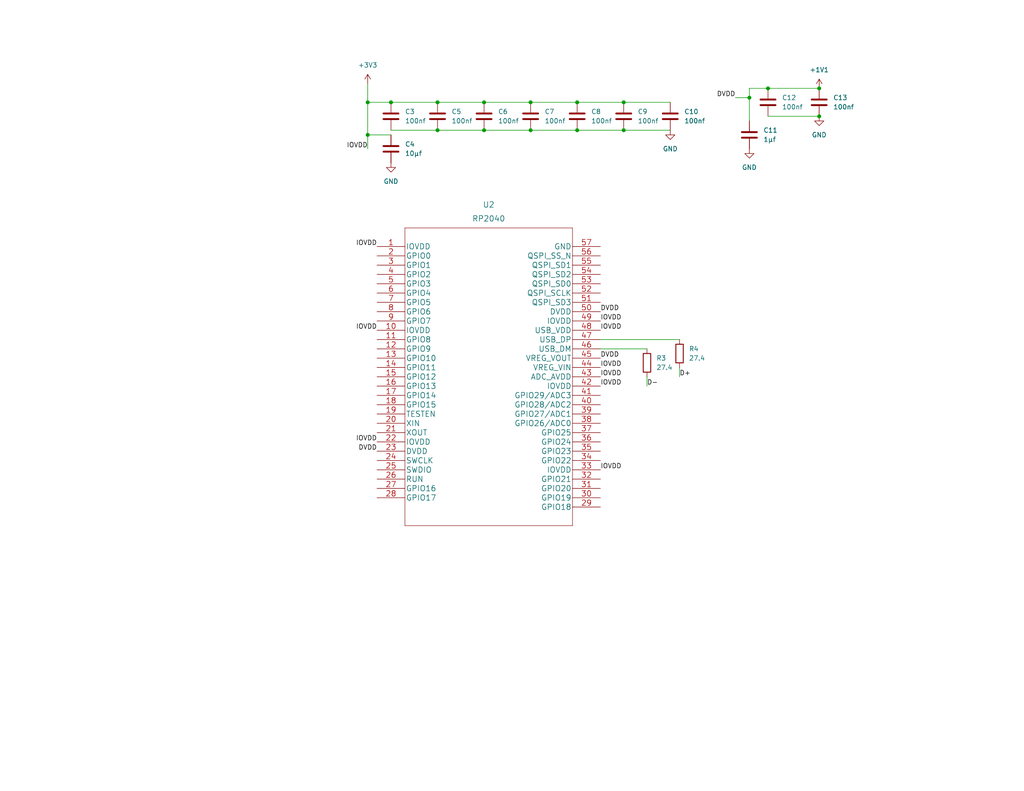
<source format=kicad_sch>
(kicad_sch (version 20211123) (generator eeschema)

  (uuid e1944c3d-9825-4522-a36d-f4484bb279e6)

  (paper "A")

  (title_block
    (title "RX-2040")
    (date "2022-04-23")
    (rev "1")
  )

  (lib_symbols
    (symbol "2022-04-24_01-33-40:RP2040" (pin_names (offset 0.254)) (in_bom yes) (on_board yes)
      (property "Reference" "U" (id 0) (at 30.48 10.16 0)
        (effects (font (size 1.524 1.524)))
      )
      (property "Value" "RP2040" (id 1) (at 30.48 7.62 0)
        (effects (font (size 1.524 1.524)))
      )
      (property "Footprint" "IC57_RP2040" (id 2) (at 30.48 6.096 0)
        (effects (font (size 1.524 1.524)) hide)
      )
      (property "Datasheet" "" (id 3) (at 0 0 0)
        (effects (font (size 1.524 1.524)))
      )
      (property "ki_locked" "" (id 4) (at 0 0 0)
        (effects (font (size 1.27 1.27)))
      )
      (property "ki_fp_filters" "IC57_RP2040 IC57_RP2040-M IC57_RP2040-L" (id 5) (at 0 0 0)
        (effects (font (size 1.27 1.27)) hide)
      )
      (symbol "RP2040_1_1"
        (polyline
          (pts
            (xy 7.62 -76.2)
            (xy 53.34 -76.2)
          )
          (stroke (width 0.127) (type default) (color 0 0 0 0))
          (fill (type none))
        )
        (polyline
          (pts
            (xy 7.62 5.08)
            (xy 7.62 -76.2)
          )
          (stroke (width 0.127) (type default) (color 0 0 0 0))
          (fill (type none))
        )
        (polyline
          (pts
            (xy 53.34 -76.2)
            (xy 53.34 5.08)
          )
          (stroke (width 0.127) (type default) (color 0 0 0 0))
          (fill (type none))
        )
        (polyline
          (pts
            (xy 53.34 5.08)
            (xy 7.62 5.08)
          )
          (stroke (width 0.127) (type default) (color 0 0 0 0))
          (fill (type none))
        )
        (pin power_in line (at 0 0 0) (length 7.62)
          (name "IOVDD" (effects (font (size 1.4986 1.4986))))
          (number "1" (effects (font (size 1.4986 1.4986))))
        )
        (pin power_in line (at 0 -22.86 0) (length 7.62)
          (name "IOVDD" (effects (font (size 1.4986 1.4986))))
          (number "10" (effects (font (size 1.4986 1.4986))))
        )
        (pin bidirectional line (at 0 -25.4 0) (length 7.62)
          (name "GPIO8" (effects (font (size 1.4986 1.4986))))
          (number "11" (effects (font (size 1.4986 1.4986))))
        )
        (pin bidirectional line (at 0 -27.94 0) (length 7.62)
          (name "GPIO9" (effects (font (size 1.4986 1.4986))))
          (number "12" (effects (font (size 1.4986 1.4986))))
        )
        (pin bidirectional line (at 0 -30.48 0) (length 7.62)
          (name "GPIO10" (effects (font (size 1.4986 1.4986))))
          (number "13" (effects (font (size 1.4986 1.4986))))
        )
        (pin bidirectional line (at 0 -33.02 0) (length 7.62)
          (name "GPIO11" (effects (font (size 1.4986 1.4986))))
          (number "14" (effects (font (size 1.4986 1.4986))))
        )
        (pin bidirectional line (at 0 -35.56 0) (length 7.62)
          (name "GPIO12" (effects (font (size 1.4986 1.4986))))
          (number "15" (effects (font (size 1.4986 1.4986))))
        )
        (pin bidirectional line (at 0 -38.1 0) (length 7.62)
          (name "GPIO13" (effects (font (size 1.4986 1.4986))))
          (number "16" (effects (font (size 1.4986 1.4986))))
        )
        (pin bidirectional line (at 0 -40.64 0) (length 7.62)
          (name "GPIO14" (effects (font (size 1.4986 1.4986))))
          (number "17" (effects (font (size 1.4986 1.4986))))
        )
        (pin bidirectional line (at 0 -43.18 0) (length 7.62)
          (name "GPIO15" (effects (font (size 1.4986 1.4986))))
          (number "18" (effects (font (size 1.4986 1.4986))))
        )
        (pin unspecified line (at 0 -45.72 0) (length 7.62)
          (name "TESTEN" (effects (font (size 1.4986 1.4986))))
          (number "19" (effects (font (size 1.4986 1.4986))))
        )
        (pin bidirectional line (at 0 -2.54 0) (length 7.62)
          (name "GPIO0" (effects (font (size 1.4986 1.4986))))
          (number "2" (effects (font (size 1.4986 1.4986))))
        )
        (pin unspecified line (at 0 -48.26 0) (length 7.62)
          (name "XIN" (effects (font (size 1.4986 1.4986))))
          (number "20" (effects (font (size 1.4986 1.4986))))
        )
        (pin output line (at 0 -50.8 0) (length 7.62)
          (name "XOUT" (effects (font (size 1.4986 1.4986))))
          (number "21" (effects (font (size 1.4986 1.4986))))
        )
        (pin power_in line (at 0 -53.34 0) (length 7.62)
          (name "IOVDD" (effects (font (size 1.4986 1.4986))))
          (number "22" (effects (font (size 1.4986 1.4986))))
        )
        (pin power_in line (at 0 -55.88 0) (length 7.62)
          (name "DVDD" (effects (font (size 1.4986 1.4986))))
          (number "23" (effects (font (size 1.4986 1.4986))))
        )
        (pin unspecified line (at 0 -58.42 0) (length 7.62)
          (name "SWCLK" (effects (font (size 1.4986 1.4986))))
          (number "24" (effects (font (size 1.4986 1.4986))))
        )
        (pin unspecified line (at 0 -60.96 0) (length 7.62)
          (name "SWDIO" (effects (font (size 1.4986 1.4986))))
          (number "25" (effects (font (size 1.4986 1.4986))))
        )
        (pin unspecified line (at 0 -63.5 0) (length 7.62)
          (name "RUN" (effects (font (size 1.4986 1.4986))))
          (number "26" (effects (font (size 1.4986 1.4986))))
        )
        (pin bidirectional line (at 0 -66.04 0) (length 7.62)
          (name "GPIO16" (effects (font (size 1.4986 1.4986))))
          (number "27" (effects (font (size 1.4986 1.4986))))
        )
        (pin bidirectional line (at 0 -68.58 0) (length 7.62)
          (name "GPIO17" (effects (font (size 1.4986 1.4986))))
          (number "28" (effects (font (size 1.4986 1.4986))))
        )
        (pin bidirectional line (at 60.96 -71.12 180) (length 7.62)
          (name "GPIO18" (effects (font (size 1.4986 1.4986))))
          (number "29" (effects (font (size 1.4986 1.4986))))
        )
        (pin bidirectional line (at 0 -5.08 0) (length 7.62)
          (name "GPIO1" (effects (font (size 1.4986 1.4986))))
          (number "3" (effects (font (size 1.4986 1.4986))))
        )
        (pin bidirectional line (at 60.96 -68.58 180) (length 7.62)
          (name "GPIO19" (effects (font (size 1.4986 1.4986))))
          (number "30" (effects (font (size 1.4986 1.4986))))
        )
        (pin bidirectional line (at 60.96 -66.04 180) (length 7.62)
          (name "GPIO20" (effects (font (size 1.4986 1.4986))))
          (number "31" (effects (font (size 1.4986 1.4986))))
        )
        (pin bidirectional line (at 60.96 -63.5 180) (length 7.62)
          (name "GPIO21" (effects (font (size 1.4986 1.4986))))
          (number "32" (effects (font (size 1.4986 1.4986))))
        )
        (pin power_in line (at 60.96 -60.96 180) (length 7.62)
          (name "IOVDD" (effects (font (size 1.4986 1.4986))))
          (number "33" (effects (font (size 1.4986 1.4986))))
        )
        (pin bidirectional line (at 60.96 -58.42 180) (length 7.62)
          (name "GPIO22" (effects (font (size 1.4986 1.4986))))
          (number "34" (effects (font (size 1.4986 1.4986))))
        )
        (pin bidirectional line (at 60.96 -55.88 180) (length 7.62)
          (name "GPIO23" (effects (font (size 1.4986 1.4986))))
          (number "35" (effects (font (size 1.4986 1.4986))))
        )
        (pin bidirectional line (at 60.96 -53.34 180) (length 7.62)
          (name "GPIO24" (effects (font (size 1.4986 1.4986))))
          (number "36" (effects (font (size 1.4986 1.4986))))
        )
        (pin bidirectional line (at 60.96 -50.8 180) (length 7.62)
          (name "GPIO25" (effects (font (size 1.4986 1.4986))))
          (number "37" (effects (font (size 1.4986 1.4986))))
        )
        (pin bidirectional line (at 60.96 -48.26 180) (length 7.62)
          (name "GPIO26/ADC0" (effects (font (size 1.4986 1.4986))))
          (number "38" (effects (font (size 1.4986 1.4986))))
        )
        (pin bidirectional line (at 60.96 -45.72 180) (length 7.62)
          (name "GPIO27/ADC1" (effects (font (size 1.4986 1.4986))))
          (number "39" (effects (font (size 1.4986 1.4986))))
        )
        (pin bidirectional line (at 0 -7.62 0) (length 7.62)
          (name "GPIO2" (effects (font (size 1.4986 1.4986))))
          (number "4" (effects (font (size 1.4986 1.4986))))
        )
        (pin bidirectional line (at 60.96 -43.18 180) (length 7.62)
          (name "GPIO28/ADC2" (effects (font (size 1.4986 1.4986))))
          (number "40" (effects (font (size 1.4986 1.4986))))
        )
        (pin bidirectional line (at 60.96 -40.64 180) (length 7.62)
          (name "GPIO29/ADC3" (effects (font (size 1.4986 1.4986))))
          (number "41" (effects (font (size 1.4986 1.4986))))
        )
        (pin power_in line (at 60.96 -38.1 180) (length 7.62)
          (name "IOVDD" (effects (font (size 1.4986 1.4986))))
          (number "42" (effects (font (size 1.4986 1.4986))))
        )
        (pin power_in line (at 60.96 -35.56 180) (length 7.62)
          (name "ADC_AVDD" (effects (font (size 1.4986 1.4986))))
          (number "43" (effects (font (size 1.4986 1.4986))))
        )
        (pin unspecified line (at 60.96 -33.02 180) (length 7.62)
          (name "VREG_VIN" (effects (font (size 1.4986 1.4986))))
          (number "44" (effects (font (size 1.4986 1.4986))))
        )
        (pin output line (at 60.96 -30.48 180) (length 7.62)
          (name "VREG_VOUT" (effects (font (size 1.4986 1.4986))))
          (number "45" (effects (font (size 1.4986 1.4986))))
        )
        (pin unspecified line (at 60.96 -27.94 180) (length 7.62)
          (name "USB_DM" (effects (font (size 1.4986 1.4986))))
          (number "46" (effects (font (size 1.4986 1.4986))))
        )
        (pin unspecified line (at 60.96 -25.4 180) (length 7.62)
          (name "USB_DP" (effects (font (size 1.4986 1.4986))))
          (number "47" (effects (font (size 1.4986 1.4986))))
        )
        (pin power_in line (at 60.96 -22.86 180) (length 7.62)
          (name "USB_VDD" (effects (font (size 1.4986 1.4986))))
          (number "48" (effects (font (size 1.4986 1.4986))))
        )
        (pin power_in line (at 60.96 -20.32 180) (length 7.62)
          (name "IOVDD" (effects (font (size 1.4986 1.4986))))
          (number "49" (effects (font (size 1.4986 1.4986))))
        )
        (pin bidirectional line (at 0 -10.16 0) (length 7.62)
          (name "GPIO3" (effects (font (size 1.4986 1.4986))))
          (number "5" (effects (font (size 1.4986 1.4986))))
        )
        (pin power_in line (at 60.96 -17.78 180) (length 7.62)
          (name "DVDD" (effects (font (size 1.4986 1.4986))))
          (number "50" (effects (font (size 1.4986 1.4986))))
        )
        (pin bidirectional line (at 60.96 -15.24 180) (length 7.62)
          (name "QSPI_SD3" (effects (font (size 1.4986 1.4986))))
          (number "51" (effects (font (size 1.4986 1.4986))))
        )
        (pin unspecified line (at 60.96 -12.7 180) (length 7.62)
          (name "QSPI_SCLK" (effects (font (size 1.4986 1.4986))))
          (number "52" (effects (font (size 1.4986 1.4986))))
        )
        (pin bidirectional line (at 60.96 -10.16 180) (length 7.62)
          (name "QSPI_SD0" (effects (font (size 1.4986 1.4986))))
          (number "53" (effects (font (size 1.4986 1.4986))))
        )
        (pin bidirectional line (at 60.96 -7.62 180) (length 7.62)
          (name "QSPI_SD2" (effects (font (size 1.4986 1.4986))))
          (number "54" (effects (font (size 1.4986 1.4986))))
        )
        (pin bidirectional line (at 60.96 -5.08 180) (length 7.62)
          (name "QSPI_SD1" (effects (font (size 1.4986 1.4986))))
          (number "55" (effects (font (size 1.4986 1.4986))))
        )
        (pin unspecified line (at 60.96 -2.54 180) (length 7.62)
          (name "QSPI_SS_N" (effects (font (size 1.4986 1.4986))))
          (number "56" (effects (font (size 1.4986 1.4986))))
        )
        (pin power_in line (at 60.96 0 180) (length 7.62)
          (name "GND" (effects (font (size 1.4986 1.4986))))
          (number "57" (effects (font (size 1.4986 1.4986))))
        )
        (pin bidirectional line (at 0 -12.7 0) (length 7.62)
          (name "GPIO4" (effects (font (size 1.4986 1.4986))))
          (number "6" (effects (font (size 1.4986 1.4986))))
        )
        (pin bidirectional line (at 0 -15.24 0) (length 7.62)
          (name "GPIO5" (effects (font (size 1.4986 1.4986))))
          (number "7" (effects (font (size 1.4986 1.4986))))
        )
        (pin bidirectional line (at 0 -17.78 0) (length 7.62)
          (name "GPIO6" (effects (font (size 1.4986 1.4986))))
          (number "8" (effects (font (size 1.4986 1.4986))))
        )
        (pin bidirectional line (at 0 -20.32 0) (length 7.62)
          (name "GPIO7" (effects (font (size 1.4986 1.4986))))
          (number "9" (effects (font (size 1.4986 1.4986))))
        )
      )
    )
    (symbol "Device:C" (pin_numbers hide) (pin_names (offset 0.254)) (in_bom yes) (on_board yes)
      (property "Reference" "C" (id 0) (at 0.635 2.54 0)
        (effects (font (size 1.27 1.27)) (justify left))
      )
      (property "Value" "C" (id 1) (at 0.635 -2.54 0)
        (effects (font (size 1.27 1.27)) (justify left))
      )
      (property "Footprint" "" (id 2) (at 0.9652 -3.81 0)
        (effects (font (size 1.27 1.27)) hide)
      )
      (property "Datasheet" "~" (id 3) (at 0 0 0)
        (effects (font (size 1.27 1.27)) hide)
      )
      (property "ki_keywords" "cap capacitor" (id 4) (at 0 0 0)
        (effects (font (size 1.27 1.27)) hide)
      )
      (property "ki_description" "Unpolarized capacitor" (id 5) (at 0 0 0)
        (effects (font (size 1.27 1.27)) hide)
      )
      (property "ki_fp_filters" "C_*" (id 6) (at 0 0 0)
        (effects (font (size 1.27 1.27)) hide)
      )
      (symbol "C_0_1"
        (polyline
          (pts
            (xy -2.032 -0.762)
            (xy 2.032 -0.762)
          )
          (stroke (width 0.508) (type default) (color 0 0 0 0))
          (fill (type none))
        )
        (polyline
          (pts
            (xy -2.032 0.762)
            (xy 2.032 0.762)
          )
          (stroke (width 0.508) (type default) (color 0 0 0 0))
          (fill (type none))
        )
      )
      (symbol "C_1_1"
        (pin passive line (at 0 3.81 270) (length 2.794)
          (name "~" (effects (font (size 1.27 1.27))))
          (number "1" (effects (font (size 1.27 1.27))))
        )
        (pin passive line (at 0 -3.81 90) (length 2.794)
          (name "~" (effects (font (size 1.27 1.27))))
          (number "2" (effects (font (size 1.27 1.27))))
        )
      )
    )
    (symbol "Device:R" (pin_numbers hide) (pin_names (offset 0)) (in_bom yes) (on_board yes)
      (property "Reference" "R" (id 0) (at 2.032 0 90)
        (effects (font (size 1.27 1.27)))
      )
      (property "Value" "R" (id 1) (at 0 0 90)
        (effects (font (size 1.27 1.27)))
      )
      (property "Footprint" "" (id 2) (at -1.778 0 90)
        (effects (font (size 1.27 1.27)) hide)
      )
      (property "Datasheet" "~" (id 3) (at 0 0 0)
        (effects (font (size 1.27 1.27)) hide)
      )
      (property "ki_keywords" "R res resistor" (id 4) (at 0 0 0)
        (effects (font (size 1.27 1.27)) hide)
      )
      (property "ki_description" "Resistor" (id 5) (at 0 0 0)
        (effects (font (size 1.27 1.27)) hide)
      )
      (property "ki_fp_filters" "R_*" (id 6) (at 0 0 0)
        (effects (font (size 1.27 1.27)) hide)
      )
      (symbol "R_0_1"
        (rectangle (start -1.016 -2.54) (end 1.016 2.54)
          (stroke (width 0.254) (type default) (color 0 0 0 0))
          (fill (type none))
        )
      )
      (symbol "R_1_1"
        (pin passive line (at 0 3.81 270) (length 1.27)
          (name "~" (effects (font (size 1.27 1.27))))
          (number "1" (effects (font (size 1.27 1.27))))
        )
        (pin passive line (at 0 -3.81 90) (length 1.27)
          (name "~" (effects (font (size 1.27 1.27))))
          (number "2" (effects (font (size 1.27 1.27))))
        )
      )
    )
    (symbol "power:+1V1" (power) (pin_names (offset 0)) (in_bom yes) (on_board yes)
      (property "Reference" "#PWR" (id 0) (at 0 -3.81 0)
        (effects (font (size 1.27 1.27)) hide)
      )
      (property "Value" "+1V1" (id 1) (at 0 3.556 0)
        (effects (font (size 1.27 1.27)))
      )
      (property "Footprint" "" (id 2) (at 0 0 0)
        (effects (font (size 1.27 1.27)) hide)
      )
      (property "Datasheet" "" (id 3) (at 0 0 0)
        (effects (font (size 1.27 1.27)) hide)
      )
      (property "ki_keywords" "power-flag" (id 4) (at 0 0 0)
        (effects (font (size 1.27 1.27)) hide)
      )
      (property "ki_description" "Power symbol creates a global label with name \"+1V1\"" (id 5) (at 0 0 0)
        (effects (font (size 1.27 1.27)) hide)
      )
      (symbol "+1V1_0_1"
        (polyline
          (pts
            (xy -0.762 1.27)
            (xy 0 2.54)
          )
          (stroke (width 0) (type default) (color 0 0 0 0))
          (fill (type none))
        )
        (polyline
          (pts
            (xy 0 0)
            (xy 0 2.54)
          )
          (stroke (width 0) (type default) (color 0 0 0 0))
          (fill (type none))
        )
        (polyline
          (pts
            (xy 0 2.54)
            (xy 0.762 1.27)
          )
          (stroke (width 0) (type default) (color 0 0 0 0))
          (fill (type none))
        )
      )
      (symbol "+1V1_1_1"
        (pin power_in line (at 0 0 90) (length 0) hide
          (name "+1V1" (effects (font (size 1.27 1.27))))
          (number "1" (effects (font (size 1.27 1.27))))
        )
      )
    )
    (symbol "power:+3.3V" (power) (pin_names (offset 0)) (in_bom yes) (on_board yes)
      (property "Reference" "#PWR" (id 0) (at 0 -3.81 0)
        (effects (font (size 1.27 1.27)) hide)
      )
      (property "Value" "+3.3V" (id 1) (at 0 3.556 0)
        (effects (font (size 1.27 1.27)))
      )
      (property "Footprint" "" (id 2) (at 0 0 0)
        (effects (font (size 1.27 1.27)) hide)
      )
      (property "Datasheet" "" (id 3) (at 0 0 0)
        (effects (font (size 1.27 1.27)) hide)
      )
      (property "ki_keywords" "power-flag" (id 4) (at 0 0 0)
        (effects (font (size 1.27 1.27)) hide)
      )
      (property "ki_description" "Power symbol creates a global label with name \"+3.3V\"" (id 5) (at 0 0 0)
        (effects (font (size 1.27 1.27)) hide)
      )
      (symbol "+3.3V_0_1"
        (polyline
          (pts
            (xy -0.762 1.27)
            (xy 0 2.54)
          )
          (stroke (width 0) (type default) (color 0 0 0 0))
          (fill (type none))
        )
        (polyline
          (pts
            (xy 0 0)
            (xy 0 2.54)
          )
          (stroke (width 0) (type default) (color 0 0 0 0))
          (fill (type none))
        )
        (polyline
          (pts
            (xy 0 2.54)
            (xy 0.762 1.27)
          )
          (stroke (width 0) (type default) (color 0 0 0 0))
          (fill (type none))
        )
      )
      (symbol "+3.3V_1_1"
        (pin power_in line (at 0 0 90) (length 0) hide
          (name "+3V3" (effects (font (size 1.27 1.27))))
          (number "1" (effects (font (size 1.27 1.27))))
        )
      )
    )
    (symbol "power:GND" (power) (pin_names (offset 0)) (in_bom yes) (on_board yes)
      (property "Reference" "#PWR" (id 0) (at 0 -6.35 0)
        (effects (font (size 1.27 1.27)) hide)
      )
      (property "Value" "GND" (id 1) (at 0 -3.81 0)
        (effects (font (size 1.27 1.27)))
      )
      (property "Footprint" "" (id 2) (at 0 0 0)
        (effects (font (size 1.27 1.27)) hide)
      )
      (property "Datasheet" "" (id 3) (at 0 0 0)
        (effects (font (size 1.27 1.27)) hide)
      )
      (property "ki_keywords" "power-flag" (id 4) (at 0 0 0)
        (effects (font (size 1.27 1.27)) hide)
      )
      (property "ki_description" "Power symbol creates a global label with name \"GND\" , ground" (id 5) (at 0 0 0)
        (effects (font (size 1.27 1.27)) hide)
      )
      (symbol "GND_0_1"
        (polyline
          (pts
            (xy 0 0)
            (xy 0 -1.27)
            (xy 1.27 -1.27)
            (xy 0 -2.54)
            (xy -1.27 -1.27)
            (xy 0 -1.27)
          )
          (stroke (width 0) (type default) (color 0 0 0 0))
          (fill (type none))
        )
      )
      (symbol "GND_1_1"
        (pin power_in line (at 0 0 270) (length 0) hide
          (name "GND" (effects (font (size 1.27 1.27))))
          (number "1" (effects (font (size 1.27 1.27))))
        )
      )
    )
  )

  (junction (at 157.48 27.94) (diameter 0) (color 0 0 0 0)
    (uuid 04579380-4d41-4528-bdbf-222d8b0260b8)
  )
  (junction (at 100.33 27.94) (diameter 0) (color 0 0 0 0)
    (uuid 264383d0-782a-43e7-87f7-872a5b44e115)
  )
  (junction (at 132.08 27.94) (diameter 0) (color 0 0 0 0)
    (uuid 26a14d09-ebc8-4b19-8024-fe673d01adce)
  )
  (junction (at 170.18 27.94) (diameter 0) (color 0 0 0 0)
    (uuid 382f8454-060a-4902-be22-03b267409394)
  )
  (junction (at 209.55 24.13) (diameter 0) (color 0 0 0 0)
    (uuid 3f3a8355-175c-4d96-83cf-f51cf67f42ed)
  )
  (junction (at 223.52 24.13) (diameter 0) (color 0 0 0 0)
    (uuid 421e8d43-2f0b-4875-ae8c-e4035ee696ad)
  )
  (junction (at 157.48 35.56) (diameter 0) (color 0 0 0 0)
    (uuid 46d45d73-0265-4620-ad11-58384e811aed)
  )
  (junction (at 100.33 36.83) (diameter 0) (color 0 0 0 0)
    (uuid 4a9b5e00-c456-4eef-b926-2557b8ce1011)
  )
  (junction (at 170.18 35.56) (diameter 0) (color 0 0 0 0)
    (uuid 5fe24cc9-6288-4cfb-bf62-9a14e1f04ca4)
  )
  (junction (at 204.47 26.67) (diameter 0) (color 0 0 0 0)
    (uuid 6848aa85-bcaa-4885-be43-d74ff2131665)
  )
  (junction (at 144.78 35.56) (diameter 0) (color 0 0 0 0)
    (uuid 692a28b4-3b94-46b0-b334-631e32477ae0)
  )
  (junction (at 119.38 27.94) (diameter 0) (color 0 0 0 0)
    (uuid 6d03bbf9-b417-4d5c-841b-712a6199a4ea)
  )
  (junction (at 132.08 35.56) (diameter 0) (color 0 0 0 0)
    (uuid 72f45ebe-4818-4b92-872e-5f8147ab3fa1)
  )
  (junction (at 119.38 35.56) (diameter 0) (color 0 0 0 0)
    (uuid abb1ba2e-67b1-4faa-aacc-9d53d68cc642)
  )
  (junction (at 223.52 31.75) (diameter 0) (color 0 0 0 0)
    (uuid aef4c0cf-bc27-42e6-a9e0-f16efacc4690)
  )
  (junction (at 106.68 27.94) (diameter 0) (color 0 0 0 0)
    (uuid d502e2c7-50ef-4b69-84bb-935bf60afc5f)
  )
  (junction (at 144.78 27.94) (diameter 0) (color 0 0 0 0)
    (uuid e8d7ef4d-abfb-4c95-9884-ecda30194430)
  )

  (wire (pts (xy 204.47 33.02) (xy 204.47 26.67))
    (stroke (width 0) (type default) (color 0 0 0 0))
    (uuid 011c37e8-2192-4bee-8de4-aaa4b11ab49e)
  )
  (wire (pts (xy 157.48 35.56) (xy 170.18 35.56))
    (stroke (width 0) (type default) (color 0 0 0 0))
    (uuid 0861dea2-2390-45d5-bec9-f4fbd3dec613)
  )
  (wire (pts (xy 185.42 102.87) (xy 185.42 100.33))
    (stroke (width 0) (type default) (color 0 0 0 0))
    (uuid 14775a02-8e6c-49ca-b91b-907a6b421709)
  )
  (wire (pts (xy 119.38 27.94) (xy 132.08 27.94))
    (stroke (width 0) (type default) (color 0 0 0 0))
    (uuid 1c3ddda6-f43d-4af8-bc79-75a55923a28d)
  )
  (wire (pts (xy 106.68 27.94) (xy 119.38 27.94))
    (stroke (width 0) (type default) (color 0 0 0 0))
    (uuid 1d946bdd-bb2d-4fd9-bbed-94eafd1b91c5)
  )
  (wire (pts (xy 100.33 40.64) (xy 100.33 36.83))
    (stroke (width 0) (type default) (color 0 0 0 0))
    (uuid 25393f8d-257f-4132-8bb4-3a9cfdafa245)
  )
  (wire (pts (xy 106.68 35.56) (xy 119.38 35.56))
    (stroke (width 0) (type default) (color 0 0 0 0))
    (uuid 26f1e918-874b-4666-bd8e-c5f067f637cd)
  )
  (wire (pts (xy 100.33 36.83) (xy 106.68 36.83))
    (stroke (width 0) (type default) (color 0 0 0 0))
    (uuid 27c22dbb-53c4-4756-b362-b49962b75e43)
  )
  (wire (pts (xy 200.66 26.67) (xy 204.47 26.67))
    (stroke (width 0) (type default) (color 0 0 0 0))
    (uuid 31d65c6f-02bd-43d5-acbc-976cdfe087e2)
  )
  (wire (pts (xy 204.47 26.67) (xy 204.47 24.13))
    (stroke (width 0) (type default) (color 0 0 0 0))
    (uuid 355b25d8-662c-4614-8204-fd0d83f20bf4)
  )
  (wire (pts (xy 204.47 24.13) (xy 209.55 24.13))
    (stroke (width 0) (type default) (color 0 0 0 0))
    (uuid 3cbe0f01-3ab9-4c07-a264-2f3ff4351bf7)
  )
  (wire (pts (xy 157.48 27.94) (xy 170.18 27.94))
    (stroke (width 0) (type default) (color 0 0 0 0))
    (uuid 4d4ca8e7-87ac-4d28-b088-91be2db1a27b)
  )
  (wire (pts (xy 170.18 27.94) (xy 182.88 27.94))
    (stroke (width 0) (type default) (color 0 0 0 0))
    (uuid 53679655-fb0e-47a1-96e5-0c8b9dac9eaf)
  )
  (wire (pts (xy 132.08 35.56) (xy 144.78 35.56))
    (stroke (width 0) (type default) (color 0 0 0 0))
    (uuid 6cda224e-b7af-4ffb-bbf8-0fc8593b3155)
  )
  (wire (pts (xy 100.33 22.86) (xy 100.33 27.94))
    (stroke (width 0) (type default) (color 0 0 0 0))
    (uuid 82843332-547b-4c12-abd1-ed64839ea5bf)
  )
  (wire (pts (xy 100.33 27.94) (xy 106.68 27.94))
    (stroke (width 0) (type default) (color 0 0 0 0))
    (uuid 84755d7a-5747-4a38-9f64-2c2928a0f29a)
  )
  (wire (pts (xy 209.55 24.13) (xy 223.52 24.13))
    (stroke (width 0) (type default) (color 0 0 0 0))
    (uuid 97865555-a6e3-43ed-a69b-f927a903a2f9)
  )
  (wire (pts (xy 163.83 95.25) (xy 176.53 95.25))
    (stroke (width 0) (type default) (color 0 0 0 0))
    (uuid 9da2da3d-c431-4e72-97b7-a1f8e2b9e285)
  )
  (wire (pts (xy 119.38 35.56) (xy 132.08 35.56))
    (stroke (width 0) (type default) (color 0 0 0 0))
    (uuid a85e7c9e-412f-49cd-b179-80dcc7cbb951)
  )
  (wire (pts (xy 100.33 36.83) (xy 100.33 27.94))
    (stroke (width 0) (type default) (color 0 0 0 0))
    (uuid b41bfbc0-b21b-4488-a181-3e6081c124f6)
  )
  (wire (pts (xy 176.53 105.41) (xy 176.53 102.87))
    (stroke (width 0) (type default) (color 0 0 0 0))
    (uuid b92f6871-05d9-4448-83f8-dbdc7e38764b)
  )
  (wire (pts (xy 209.55 31.75) (xy 223.52 31.75))
    (stroke (width 0) (type default) (color 0 0 0 0))
    (uuid c0af926b-c6e7-4bbb-837f-42ac9814178f)
  )
  (wire (pts (xy 163.83 92.71) (xy 185.42 92.71))
    (stroke (width 0) (type default) (color 0 0 0 0))
    (uuid cfad37f7-50dc-4878-a2d2-0587e4d2d60e)
  )
  (wire (pts (xy 144.78 35.56) (xy 157.48 35.56))
    (stroke (width 0) (type default) (color 0 0 0 0))
    (uuid d8d09789-28d8-4513-853d-64ed90b91c4b)
  )
  (wire (pts (xy 170.18 35.56) (xy 182.88 35.56))
    (stroke (width 0) (type default) (color 0 0 0 0))
    (uuid e314e1ee-8899-45ef-bf35-e607e0b2614c)
  )
  (wire (pts (xy 132.08 27.94) (xy 144.78 27.94))
    (stroke (width 0) (type default) (color 0 0 0 0))
    (uuid e6c2441d-a1f5-48de-9ab6-17f2444eae88)
  )
  (wire (pts (xy 144.78 27.94) (xy 157.48 27.94))
    (stroke (width 0) (type default) (color 0 0 0 0))
    (uuid ea1a3c4c-3798-4f39-aa1c-fc20bc4cc138)
  )

  (label "IOVDD" (at 102.87 120.65 180)
    (effects (font (size 1.27 1.27)) (justify right bottom))
    (uuid 032d6159-a597-46d6-8419-ad7dc9433966)
  )
  (label "DVDD" (at 200.66 26.67 180)
    (effects (font (size 1.27 1.27)) (justify right bottom))
    (uuid 0a87d54f-7fe7-46d9-975b-adf56cc66a49)
  )
  (label "DVDD" (at 163.83 97.79 0)
    (effects (font (size 1.27 1.27)) (justify left bottom))
    (uuid 2381a6fc-819d-4661-8a18-8a7c980f505d)
  )
  (label "IOVDD" (at 102.87 67.31 180)
    (effects (font (size 1.27 1.27)) (justify right bottom))
    (uuid 423a7c89-421f-4269-af43-6f9418e0ba34)
  )
  (label "DVDD" (at 102.87 123.19 180)
    (effects (font (size 1.27 1.27)) (justify right bottom))
    (uuid 5da7b419-0126-463f-8050-ed99eb455456)
  )
  (label "IOVDD" (at 163.83 87.63 0)
    (effects (font (size 1.27 1.27)) (justify left bottom))
    (uuid 6311730d-ed9c-44dd-9331-37bd1b88b650)
  )
  (label "IOVDD" (at 100.33 40.64 180)
    (effects (font (size 1.27 1.27)) (justify right bottom))
    (uuid 778c5d1d-badb-4d37-9586-c93d8c24f04c)
  )
  (label "D+" (at 185.42 102.87 0)
    (effects (font (size 1.27 1.27)) (justify left bottom))
    (uuid 7914d21c-3404-420c-80ae-22cf7b5eb717)
  )
  (label "IOVDD" (at 163.83 102.87 0)
    (effects (font (size 1.27 1.27)) (justify left bottom))
    (uuid 8aafff0b-29a8-41a8-a379-57f18d9192c1)
  )
  (label "DVDD" (at 163.83 85.09 0)
    (effects (font (size 1.27 1.27)) (justify left bottom))
    (uuid 93c95786-a843-407d-956a-c5ba37b896a7)
  )
  (label "IOVDD" (at 163.83 90.17 0)
    (effects (font (size 1.27 1.27)) (justify left bottom))
    (uuid 9800c23c-8cb3-4fa6-99c3-1ceb8e11f2a1)
  )
  (label "IOVDD" (at 102.87 90.17 180)
    (effects (font (size 1.27 1.27)) (justify right bottom))
    (uuid 9b9ab58b-88b8-4e9b-bd33-7615f76a275e)
  )
  (label "IOVDD" (at 163.83 100.33 0)
    (effects (font (size 1.27 1.27)) (justify left bottom))
    (uuid b2d662df-a7bd-46d3-8811-b9b5088022f7)
  )
  (label "IOVDD" (at 163.83 105.41 0)
    (effects (font (size 1.27 1.27)) (justify left bottom))
    (uuid de4b2022-5047-4a1f-9422-f9ba234c8b98)
  )
  (label "D-" (at 176.53 105.41 0)
    (effects (font (size 1.27 1.27)) (justify left bottom))
    (uuid e16fe117-f59d-41bf-be98-f9509c7196c4)
  )
  (label "IOVDD" (at 163.83 128.27 0)
    (effects (font (size 1.27 1.27)) (justify left bottom))
    (uuid f5f4cdd4-8409-4c91-a23f-a2517aff8ecc)
  )

  (symbol (lib_id "power:GND") (at 182.88 35.56 0) (unit 1)
    (in_bom yes) (on_board yes) (fields_autoplaced)
    (uuid 023112a6-edd2-4504-8385-bbb6ac929b46)
    (property "Reference" "#PWR011" (id 0) (at 182.88 41.91 0)
      (effects (font (size 1.27 1.27)) hide)
    )
    (property "Value" "GND" (id 1) (at 182.88 40.64 0))
    (property "Footprint" "" (id 2) (at 182.88 35.56 0)
      (effects (font (size 1.27 1.27)) hide)
    )
    (property "Datasheet" "" (id 3) (at 182.88 35.56 0)
      (effects (font (size 1.27 1.27)) hide)
    )
    (pin "1" (uuid 3168595d-8f9a-48c2-bac0-de0901b64c0b))
  )

  (symbol (lib_id "Device:C") (at 170.18 31.75 0) (unit 1)
    (in_bom yes) (on_board yes) (fields_autoplaced)
    (uuid 059b77b6-fb56-4157-a55a-246f1185605b)
    (property "Reference" "C9" (id 0) (at 173.99 30.4799 0)
      (effects (font (size 1.27 1.27)) (justify left))
    )
    (property "Value" "100nf" (id 1) (at 173.99 33.0199 0)
      (effects (font (size 1.27 1.27)) (justify left))
    )
    (property "Footprint" "Capacitor_SMD:C_1210_3225Metric_Pad1.33x2.70mm_HandSolder" (id 2) (at 171.1452 35.56 0)
      (effects (font (size 1.27 1.27)) hide)
    )
    (property "Datasheet" "~" (id 3) (at 170.18 31.75 0)
      (effects (font (size 1.27 1.27)) hide)
    )
    (pin "1" (uuid 6731d5f1-e20d-4e48-9a28-197931a9f30f))
    (pin "2" (uuid 2c5bfe3b-e7dd-45e1-adce-83db57d2a94c))
  )

  (symbol (lib_id "Device:C") (at 157.48 31.75 0) (unit 1)
    (in_bom yes) (on_board yes) (fields_autoplaced)
    (uuid 28f3cd88-67f8-4aaa-8a49-e7d4ab44bb0c)
    (property "Reference" "C8" (id 0) (at 161.29 30.4799 0)
      (effects (font (size 1.27 1.27)) (justify left))
    )
    (property "Value" "100nf" (id 1) (at 161.29 33.0199 0)
      (effects (font (size 1.27 1.27)) (justify left))
    )
    (property "Footprint" "Capacitor_SMD:C_1210_3225Metric_Pad1.33x2.70mm_HandSolder" (id 2) (at 158.4452 35.56 0)
      (effects (font (size 1.27 1.27)) hide)
    )
    (property "Datasheet" "~" (id 3) (at 157.48 31.75 0)
      (effects (font (size 1.27 1.27)) hide)
    )
    (pin "1" (uuid 4c282f87-9994-419f-8bb7-2a39283bb8d2))
    (pin "2" (uuid da7970bf-5457-41b9-9237-7133d111d212))
  )

  (symbol (lib_id "power:GND") (at 204.47 40.64 0) (unit 1)
    (in_bom yes) (on_board yes) (fields_autoplaced)
    (uuid 32d30e14-2724-4ac2-94ef-449786c69d9c)
    (property "Reference" "#PWR012" (id 0) (at 204.47 46.99 0)
      (effects (font (size 1.27 1.27)) hide)
    )
    (property "Value" "GND" (id 1) (at 204.47 45.72 0))
    (property "Footprint" "" (id 2) (at 204.47 40.64 0)
      (effects (font (size 1.27 1.27)) hide)
    )
    (property "Datasheet" "" (id 3) (at 204.47 40.64 0)
      (effects (font (size 1.27 1.27)) hide)
    )
    (pin "1" (uuid dec8b5fa-3d4a-4741-b5b6-01872f8b6d7a))
  )

  (symbol (lib_id "Device:C") (at 106.68 31.75 0) (unit 1)
    (in_bom yes) (on_board yes) (fields_autoplaced)
    (uuid 5dd62b10-1ec4-4bdc-8cd8-053c5e7a9464)
    (property "Reference" "C3" (id 0) (at 110.49 30.4799 0)
      (effects (font (size 1.27 1.27)) (justify left))
    )
    (property "Value" "100nf" (id 1) (at 110.49 33.0199 0)
      (effects (font (size 1.27 1.27)) (justify left))
    )
    (property "Footprint" "Capacitor_SMD:C_1210_3225Metric_Pad1.33x2.70mm_HandSolder" (id 2) (at 107.6452 35.56 0)
      (effects (font (size 1.27 1.27)) hide)
    )
    (property "Datasheet" "~" (id 3) (at 106.68 31.75 0)
      (effects (font (size 1.27 1.27)) hide)
    )
    (pin "1" (uuid 6939324e-c08a-4365-9cb5-4a2d887cc41c))
    (pin "2" (uuid 106575d8-18b4-447c-8403-6a8d2046681b))
  )

  (symbol (lib_id "Device:C") (at 144.78 31.75 0) (unit 1)
    (in_bom yes) (on_board yes) (fields_autoplaced)
    (uuid 6204df50-95fd-4e27-b669-7101ebd63451)
    (property "Reference" "C7" (id 0) (at 148.59 30.4799 0)
      (effects (font (size 1.27 1.27)) (justify left))
    )
    (property "Value" "100nf" (id 1) (at 148.59 33.0199 0)
      (effects (font (size 1.27 1.27)) (justify left))
    )
    (property "Footprint" "Capacitor_SMD:C_1210_3225Metric_Pad1.33x2.70mm_HandSolder" (id 2) (at 145.7452 35.56 0)
      (effects (font (size 1.27 1.27)) hide)
    )
    (property "Datasheet" "~" (id 3) (at 144.78 31.75 0)
      (effects (font (size 1.27 1.27)) hide)
    )
    (pin "1" (uuid a9539654-8122-4554-aae4-b8f4c5b2c50b))
    (pin "2" (uuid 8e5301c1-fe99-4351-a6b6-a297860ba4d5))
  )

  (symbol (lib_id "Device:R") (at 185.42 96.52 0) (unit 1)
    (in_bom yes) (on_board yes) (fields_autoplaced)
    (uuid 6253a750-3d0e-42f0-8f45-5d714e51561f)
    (property "Reference" "R4" (id 0) (at 187.96 95.2499 0)
      (effects (font (size 1.27 1.27)) (justify left))
    )
    (property "Value" "27.4" (id 1) (at 187.96 97.7899 0)
      (effects (font (size 1.27 1.27)) (justify left))
    )
    (property "Footprint" "Resistor_SMD:R_1210_3225Metric_Pad1.30x2.65mm_HandSolder" (id 2) (at 183.642 96.52 90)
      (effects (font (size 1.27 1.27)) hide)
    )
    (property "Datasheet" "~" (id 3) (at 185.42 96.52 0)
      (effects (font (size 1.27 1.27)) hide)
    )
    (pin "1" (uuid ba1a30b7-6780-4b3c-9086-d221036202b1))
    (pin "2" (uuid 12cc860d-3d41-41ec-99f6-b5ea2e93a975))
  )

  (symbol (lib_id "Device:C") (at 223.52 27.94 0) (unit 1)
    (in_bom yes) (on_board yes) (fields_autoplaced)
    (uuid 68aa267d-9473-4c9f-82ff-991715b9d088)
    (property "Reference" "C13" (id 0) (at 227.33 26.6699 0)
      (effects (font (size 1.27 1.27)) (justify left))
    )
    (property "Value" "100nf" (id 1) (at 227.33 29.2099 0)
      (effects (font (size 1.27 1.27)) (justify left))
    )
    (property "Footprint" "Capacitor_SMD:C_1210_3225Metric_Pad1.33x2.70mm_HandSolder" (id 2) (at 224.4852 31.75 0)
      (effects (font (size 1.27 1.27)) hide)
    )
    (property "Datasheet" "~" (id 3) (at 223.52 27.94 0)
      (effects (font (size 1.27 1.27)) hide)
    )
    (pin "1" (uuid 8073a9af-069c-4e43-b52a-7f723e07707a))
    (pin "2" (uuid 26d4c6d9-5903-4e84-ade7-8a6e924a3d17))
  )

  (symbol (lib_id "power:GND") (at 106.68 44.45 0) (unit 1)
    (in_bom yes) (on_board yes) (fields_autoplaced)
    (uuid 77212904-1de2-4de4-a1d0-a255a02a435b)
    (property "Reference" "#PWR010" (id 0) (at 106.68 50.8 0)
      (effects (font (size 1.27 1.27)) hide)
    )
    (property "Value" "GND" (id 1) (at 106.68 49.53 0))
    (property "Footprint" "" (id 2) (at 106.68 44.45 0)
      (effects (font (size 1.27 1.27)) hide)
    )
    (property "Datasheet" "" (id 3) (at 106.68 44.45 0)
      (effects (font (size 1.27 1.27)) hide)
    )
    (pin "1" (uuid 9c3c365c-4e4e-469c-9275-86b9d4c1b7d2))
  )

  (symbol (lib_id "power:+3.3V") (at 100.33 22.86 0) (unit 1)
    (in_bom yes) (on_board yes) (fields_autoplaced)
    (uuid 9aec86eb-c59d-452d-aa57-e29c77fc43ed)
    (property "Reference" "#PWR09" (id 0) (at 100.33 26.67 0)
      (effects (font (size 1.27 1.27)) hide)
    )
    (property "Value" "+3.3V" (id 1) (at 100.33 17.78 0))
    (property "Footprint" "" (id 2) (at 100.33 22.86 0)
      (effects (font (size 1.27 1.27)) hide)
    )
    (property "Datasheet" "" (id 3) (at 100.33 22.86 0)
      (effects (font (size 1.27 1.27)) hide)
    )
    (pin "1" (uuid 3499a9ea-31b2-4fe5-9210-36647c4355db))
  )

  (symbol (lib_id "power:GND") (at 223.52 31.75 0) (unit 1)
    (in_bom yes) (on_board yes) (fields_autoplaced)
    (uuid a6fe336b-c673-41cc-83ee-d977a1134d3a)
    (property "Reference" "#PWR014" (id 0) (at 223.52 38.1 0)
      (effects (font (size 1.27 1.27)) hide)
    )
    (property "Value" "GND" (id 1) (at 223.52 36.83 0))
    (property "Footprint" "" (id 2) (at 223.52 31.75 0)
      (effects (font (size 1.27 1.27)) hide)
    )
    (property "Datasheet" "" (id 3) (at 223.52 31.75 0)
      (effects (font (size 1.27 1.27)) hide)
    )
    (pin "1" (uuid ba04e8de-5908-42f4-bf43-ceafa04aa7b7))
  )

  (symbol (lib_id "Device:C") (at 106.68 40.64 0) (unit 1)
    (in_bom yes) (on_board yes) (fields_autoplaced)
    (uuid a760ff82-969c-4ac0-b869-968cec3da480)
    (property "Reference" "C4" (id 0) (at 110.49 39.3699 0)
      (effects (font (size 1.27 1.27)) (justify left))
    )
    (property "Value" "10μf" (id 1) (at 110.49 41.9099 0)
      (effects (font (size 1.27 1.27)) (justify left))
    )
    (property "Footprint" "Capacitor_SMD:C_1210_3225Metric_Pad1.33x2.70mm_HandSolder" (id 2) (at 107.6452 44.45 0)
      (effects (font (size 1.27 1.27)) hide)
    )
    (property "Datasheet" "~" (id 3) (at 106.68 40.64 0)
      (effects (font (size 1.27 1.27)) hide)
    )
    (pin "1" (uuid 9aed9788-4c26-4a6c-ab6b-8a83677ee991))
    (pin "2" (uuid 51533770-9ebb-4de7-ad1c-693b842fd94d))
  )

  (symbol (lib_id "Device:C") (at 132.08 31.75 0) (unit 1)
    (in_bom yes) (on_board yes) (fields_autoplaced)
    (uuid b4a5f77a-fcbb-4d8f-99ed-6f1203c72ab5)
    (property "Reference" "C6" (id 0) (at 135.89 30.4799 0)
      (effects (font (size 1.27 1.27)) (justify left))
    )
    (property "Value" "100nf" (id 1) (at 135.89 33.0199 0)
      (effects (font (size 1.27 1.27)) (justify left))
    )
    (property "Footprint" "Capacitor_SMD:C_1210_3225Metric_Pad1.33x2.70mm_HandSolder" (id 2) (at 133.0452 35.56 0)
      (effects (font (size 1.27 1.27)) hide)
    )
    (property "Datasheet" "~" (id 3) (at 132.08 31.75 0)
      (effects (font (size 1.27 1.27)) hide)
    )
    (pin "1" (uuid 6e857302-0067-4775-8dd6-7fe58b5aaa48))
    (pin "2" (uuid cfa6109f-e909-448f-9754-9c3164135653))
  )

  (symbol (lib_id "Device:C") (at 119.38 31.75 0) (unit 1)
    (in_bom yes) (on_board yes) (fields_autoplaced)
    (uuid c8277f67-1a59-4df4-9a2b-2469956f772b)
    (property "Reference" "C5" (id 0) (at 123.19 30.4799 0)
      (effects (font (size 1.27 1.27)) (justify left))
    )
    (property "Value" "100nf" (id 1) (at 123.19 33.0199 0)
      (effects (font (size 1.27 1.27)) (justify left))
    )
    (property "Footprint" "Capacitor_SMD:C_1210_3225Metric_Pad1.33x2.70mm_HandSolder" (id 2) (at 120.3452 35.56 0)
      (effects (font (size 1.27 1.27)) hide)
    )
    (property "Datasheet" "~" (id 3) (at 119.38 31.75 0)
      (effects (font (size 1.27 1.27)) hide)
    )
    (pin "1" (uuid a970380e-253d-43ce-9ebe-87f760ae0ee4))
    (pin "2" (uuid e46a635f-13d3-4600-a4ec-98ca27d6bdcd))
  )

  (symbol (lib_id "Device:C") (at 182.88 31.75 0) (unit 1)
    (in_bom yes) (on_board yes) (fields_autoplaced)
    (uuid d5c4f669-5583-4274-8775-5c6981da8827)
    (property "Reference" "C10" (id 0) (at 186.69 30.4799 0)
      (effects (font (size 1.27 1.27)) (justify left))
    )
    (property "Value" "100nf" (id 1) (at 186.69 33.0199 0)
      (effects (font (size 1.27 1.27)) (justify left))
    )
    (property "Footprint" "Capacitor_SMD:C_1210_3225Metric_Pad1.33x2.70mm_HandSolder" (id 2) (at 183.8452 35.56 0)
      (effects (font (size 1.27 1.27)) hide)
    )
    (property "Datasheet" "~" (id 3) (at 182.88 31.75 0)
      (effects (font (size 1.27 1.27)) hide)
    )
    (pin "1" (uuid 77d081dc-d4d6-46be-9692-b88f0b4893ab))
    (pin "2" (uuid 8b6626bb-c41b-4e43-babc-c7a6b6bbee88))
  )

  (symbol (lib_id "2022-04-24_01-33-40:RP2040") (at 102.87 67.31 0) (unit 1)
    (in_bom yes) (on_board yes) (fields_autoplaced)
    (uuid e8e63356-6e82-4166-84a7-22a448086344)
    (property "Reference" "U2" (id 0) (at 133.35 55.88 0)
      (effects (font (size 1.524 1.524)))
    )
    (property "Value" "RP2040" (id 1) (at 133.35 59.69 0)
      (effects (font (size 1.524 1.524)))
    )
    (property "Footprint" "RP2040:RP2040" (id 2) (at 133.35 61.214 0)
      (effects (font (size 1.524 1.524)) hide)
    )
    (property "Datasheet" "" (id 3) (at 102.87 67.31 0)
      (effects (font (size 1.524 1.524)))
    )
    (pin "1" (uuid fd36b4f7-2abf-4cf6-ab59-1cbb54844fc0))
    (pin "10" (uuid f81723a4-590a-4255-82ac-321358bea0a7))
    (pin "11" (uuid 7febd3c0-a99e-4219-bb92-9528403f7142))
    (pin "12" (uuid 1fd31455-139d-4bf4-8e39-3fe60b435e9f))
    (pin "13" (uuid 3ac19d32-d02a-4c18-ac22-d8729fa880f5))
    (pin "14" (uuid e640ce46-f340-478b-8258-1233bec5105b))
    (pin "15" (uuid 89043b11-e711-4b1c-93b9-0e5625a739c6))
    (pin "16" (uuid 4c0f811b-95a9-4d87-91f4-7eaf84c2d005))
    (pin "17" (uuid 519f9f7c-8844-4a1a-8938-788946885196))
    (pin "18" (uuid d4665b64-a01b-4878-95f0-c3280e975629))
    (pin "19" (uuid f1467176-ca90-4bf4-aa18-8d9132caf1af))
    (pin "2" (uuid 1758419b-b7c3-46da-b714-828b7f5e0351))
    (pin "20" (uuid 6582b3e6-8757-4ed2-a499-9534d2c162a0))
    (pin "21" (uuid b4dbe34b-223c-4230-a2c3-97216df1e331))
    (pin "22" (uuid f8bd8f9d-0d95-415a-afbd-4e1320b47d5c))
    (pin "23" (uuid ea8bfd67-c358-4d78-8ab5-d498147af7bc))
    (pin "24" (uuid 1ff43825-42b9-4c38-afc5-550f8b176ed3))
    (pin "25" (uuid 1bd4ef0e-ddc5-41fa-acf2-748b3eb8cdd3))
    (pin "26" (uuid 64739c87-874c-4379-93ec-11d9371b54c8))
    (pin "27" (uuid 09e3c81f-2b1c-4d59-9ea4-9e147b114e8a))
    (pin "28" (uuid fe06f3e6-7c39-4c90-bd48-b31bf31e967c))
    (pin "29" (uuid 5276ddb8-9537-4319-a431-f4ed25be3dc3))
    (pin "3" (uuid 06cfcc60-70b8-40bb-8e94-13399aaf7857))
    (pin "30" (uuid 6745253e-977d-4e5b-a4ef-51d6a1d6e2e1))
    (pin "31" (uuid 4eabcedd-eec4-4479-8af5-b91f8696a24f))
    (pin "32" (uuid de30e7d0-6368-4ea7-99e7-5f79563a309e))
    (pin "33" (uuid 727b2d46-8ead-435e-89db-e94c2624c359))
    (pin "34" (uuid 431182ba-4ee3-4fbc-94ac-fb123bc8f772))
    (pin "35" (uuid 58ac9675-3f60-45eb-8e52-11b89ee47bdb))
    (pin "36" (uuid 9eccff01-b460-4e40-9f35-7948ce90341d))
    (pin "37" (uuid f3919dd8-1dbc-42df-8640-22deaa894688))
    (pin "38" (uuid b1a0ec2a-62a2-4094-8ecb-8d43e2176a97))
    (pin "39" (uuid b759ddfc-6e26-4320-aee7-e2aabaaeed3a))
    (pin "4" (uuid bb0d6b2a-c403-4028-98dc-f3e6b3113d50))
    (pin "40" (uuid 90288055-19cb-4ed8-8aef-5fc04b6a1dd9))
    (pin "41" (uuid 9fecb449-6924-4432-b836-c1510bb078c0))
    (pin "42" (uuid 8256602d-8745-4f00-ab52-9dd467ddeb4f))
    (pin "43" (uuid 47461ed0-4fe3-4be3-bcfe-4d9bed215a61))
    (pin "44" (uuid 22a6a703-31d5-42fc-8d2c-9bdaf2d48282))
    (pin "45" (uuid c201e29a-7d72-4a83-bee0-0f4c24772164))
    (pin "46" (uuid 3c061898-7002-4e56-a2b3-baf357ff7e21))
    (pin "47" (uuid 558d56da-71a8-4468-9a09-893c217d7f4a))
    (pin "48" (uuid b22fd425-2ba9-43ca-bf79-33585f75507c))
    (pin "49" (uuid e4492eba-58c7-4d17-9723-579fa4d05b28))
    (pin "5" (uuid 47024d67-4576-4a48-83ba-af8d78cc63e8))
    (pin "50" (uuid 4e8225bf-88f7-417d-86f0-106b3a530202))
    (pin "51" (uuid feed1a9a-7cd7-4b16-b839-5ba636a535aa))
    (pin "52" (uuid 166bc09e-bcd7-4e06-a4cd-70753e7e167f))
    (pin "53" (uuid 9ec2f00b-da71-4f4e-828c-e01ba18d3a31))
    (pin "54" (uuid e47f0f69-3d66-453f-b77a-d08ef7dfe899))
    (pin "55" (uuid 3a96feb1-b6c1-43ef-9a9f-a05ff9b3d836))
    (pin "56" (uuid 0b7f0a52-ff91-4511-a226-0cff176cce7d))
    (pin "57" (uuid 8871d603-420f-4893-bd7d-4943c9e27f13))
    (pin "6" (uuid 66329a20-f4ab-4d82-ba12-18fa945f05aa))
    (pin "7" (uuid 061ef4db-86eb-458e-af4a-2e39adc1ec38))
    (pin "8" (uuid 23fc1127-f24f-46c6-a697-337017c58c0f))
    (pin "9" (uuid 6ad6ff22-906c-4efc-a9f8-e5cc15ca165c))
  )

  (symbol (lib_id "Device:C") (at 209.55 27.94 0) (unit 1)
    (in_bom yes) (on_board yes) (fields_autoplaced)
    (uuid e94c0a3c-3377-470e-8c0d-3b0186437ed1)
    (property "Reference" "C12" (id 0) (at 213.36 26.6699 0)
      (effects (font (size 1.27 1.27)) (justify left))
    )
    (property "Value" "100nf" (id 1) (at 213.36 29.2099 0)
      (effects (font (size 1.27 1.27)) (justify left))
    )
    (property "Footprint" "Capacitor_SMD:C_1210_3225Metric_Pad1.33x2.70mm_HandSolder" (id 2) (at 210.5152 31.75 0)
      (effects (font (size 1.27 1.27)) hide)
    )
    (property "Datasheet" "~" (id 3) (at 209.55 27.94 0)
      (effects (font (size 1.27 1.27)) hide)
    )
    (pin "1" (uuid 754703b1-d940-40f4-a66c-5bfe205f1f63))
    (pin "2" (uuid f208e566-d73b-4845-ad24-4cce1f57d451))
  )

  (symbol (lib_id "power:+1V1") (at 223.52 24.13 0) (unit 1)
    (in_bom yes) (on_board yes) (fields_autoplaced)
    (uuid f150940a-cacc-42de-9139-bfaa06d8f730)
    (property "Reference" "#PWR013" (id 0) (at 223.52 27.94 0)
      (effects (font (size 1.27 1.27)) hide)
    )
    (property "Value" "+1V1" (id 1) (at 223.52 19.05 0))
    (property "Footprint" "" (id 2) (at 223.52 24.13 0)
      (effects (font (size 1.27 1.27)) hide)
    )
    (property "Datasheet" "" (id 3) (at 223.52 24.13 0)
      (effects (font (size 1.27 1.27)) hide)
    )
    (pin "1" (uuid b04fdad2-d941-4faa-b914-4031d7cd2f45))
  )

  (symbol (lib_id "Device:C") (at 204.47 36.83 0) (unit 1)
    (in_bom yes) (on_board yes) (fields_autoplaced)
    (uuid f2f0e51b-96fe-447c-9b2b-d61e55c5c5f8)
    (property "Reference" "C11" (id 0) (at 208.28 35.5599 0)
      (effects (font (size 1.27 1.27)) (justify left))
    )
    (property "Value" "1μf" (id 1) (at 208.28 38.0999 0)
      (effects (font (size 1.27 1.27)) (justify left))
    )
    (property "Footprint" "Capacitor_SMD:C_1210_3225Metric_Pad1.33x2.70mm_HandSolder" (id 2) (at 205.4352 40.64 0)
      (effects (font (size 1.27 1.27)) hide)
    )
    (property "Datasheet" "~" (id 3) (at 204.47 36.83 0)
      (effects (font (size 1.27 1.27)) hide)
    )
    (pin "1" (uuid 3099cff9-59be-4d26-a2ad-86a0871da8ec))
    (pin "2" (uuid 6b5352f0-bef6-4e54-a7f5-6ed9b0b16f0b))
  )

  (symbol (lib_id "Device:R") (at 176.53 99.06 0) (unit 1)
    (in_bom yes) (on_board yes) (fields_autoplaced)
    (uuid fccf0d23-4456-4135-9dbc-d8278fc6d2ed)
    (property "Reference" "R3" (id 0) (at 179.07 97.7899 0)
      (effects (font (size 1.27 1.27)) (justify left))
    )
    (property "Value" "27.4" (id 1) (at 179.07 100.3299 0)
      (effects (font (size 1.27 1.27)) (justify left))
    )
    (property "Footprint" "Resistor_SMD:R_1210_3225Metric_Pad1.30x2.65mm_HandSolder" (id 2) (at 174.752 99.06 90)
      (effects (font (size 1.27 1.27)) hide)
    )
    (property "Datasheet" "~" (id 3) (at 176.53 99.06 0)
      (effects (font (size 1.27 1.27)) hide)
    )
    (pin "1" (uuid 095f8b77-5f35-48a8-8914-db7498dd1e73))
    (pin "2" (uuid 6889152e-2858-4380-a6a9-e73a779452d5))
  )
)

</source>
